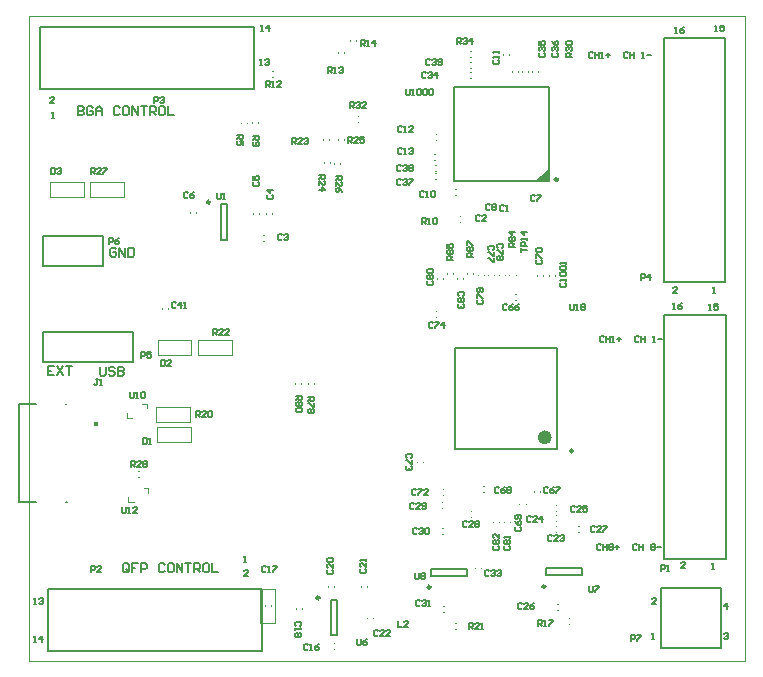
<source format=gto>
G04*
G04 #@! TF.GenerationSoftware,Altium Limited,Altium NEXUS,3.1.12 (69)*
G04*
G04 Layer_Color=65535*
%FSLAX25Y25*%
%MOIN*%
G70*
G04*
G04 #@! TF.SameCoordinates,C12BC461-16F2-471F-B13C-3D38B02939EA*
G04*
G04*
G04 #@! TF.FilePolarity,Positive*
G04*
G01*
G75*
%ADD10C,0.00984*%
%ADD11C,0.02362*%
%ADD12C,0.01575*%
%ADD13C,0.00787*%
%ADD14C,0.00394*%
%ADD15C,0.00500*%
%ADD16C,0.00000*%
G36*
X169260Y159823D02*
X173197Y163760D01*
Y159823D01*
X169260D01*
D02*
G37*
D10*
X176248Y160414D02*
G03*
X176248Y160414I-492J0D01*
G01*
X172123Y24778D02*
G03*
X172123Y24778I-492J0D01*
G01*
X96851Y20999D02*
G03*
X96851Y20999I-492J0D01*
G01*
X133841Y24561D02*
G03*
X133841Y24561I-492J0D01*
G01*
X181363Y69973D02*
G03*
X181363Y69973I-492J0D01*
G01*
X60340Y152923D02*
G03*
X60340Y152923I-492J0D01*
G01*
D11*
X173095Y74501D02*
G03*
X173095Y74501I-1181J0D01*
G01*
D12*
X22381Y79111D02*
D03*
D13*
X210598Y24188D02*
X230598D01*
X210598Y4188D02*
Y24188D01*
X230598Y4188D02*
Y24188D01*
X210598Y4188D02*
X230598D01*
X4561Y109604D02*
X34561D01*
X4561Y99604D02*
Y109604D01*
Y99604D02*
X34561D01*
Y109604D01*
X4792Y131658D02*
Y141658D01*
X24792D01*
Y131658D02*
Y141658D01*
X4792Y131658D02*
X24792D01*
X74951Y190657D02*
Y211247D01*
X3770D02*
X74951D01*
X3770Y190657D02*
X74951D01*
X3770D02*
Y211247D01*
X141701Y191319D02*
X173197D01*
X141701Y159823D02*
X173197D01*
X141701D02*
Y191319D01*
X173197Y159823D02*
Y191319D01*
X169260Y159823D02*
X173197Y163760D01*
X211576Y126400D02*
X232166D01*
Y207581D01*
X211576Y126400D02*
Y207581D01*
X232166D01*
X211771Y34045D02*
X232362D01*
Y115226D01*
X211771Y34045D02*
Y115226D01*
X232362D01*
X6401Y3281D02*
Y23871D01*
Y3281D02*
X77582D01*
X6401Y23871D02*
X77582D01*
Y3281D02*
Y23871D01*
X172229Y30859D02*
X184433D01*
X172229Y28497D02*
X184433D01*
Y30859D01*
X172229Y28497D02*
Y30859D01*
X102643Y8494D02*
Y20304D01*
X100675Y8494D02*
Y20304D01*
Y8494D02*
X102643D01*
X100675Y20304D02*
X102643D01*
X133947Y30642D02*
X146151D01*
X133947Y28280D02*
X146151D01*
Y30642D01*
X133947Y28280D02*
Y30642D01*
X175851Y70564D02*
Y104422D01*
X141993Y70564D02*
Y104422D01*
Y70564D02*
X175851D01*
X141993Y104422D02*
X175851D01*
X66132Y140417D02*
Y152228D01*
X64164Y140417D02*
Y152228D01*
Y140417D02*
X66132D01*
X64164Y152228D02*
X66132D01*
X-3209Y85750D02*
X2460D01*
X-3209Y53072D02*
Y85750D01*
Y53072D02*
X2460D01*
X12303Y85750D02*
X12499D01*
X12224Y53112D02*
X12539D01*
D14*
X56187Y106983D02*
X67518D01*
X56187Y101983D02*
X67518D01*
X56187D02*
Y106983D01*
X67518Y101983D02*
Y106983D01*
X42839Y102048D02*
X54170D01*
X42839Y107048D02*
X54170D01*
Y102048D02*
Y107048D01*
X42839Y102048D02*
Y107048D01*
X42482Y79590D02*
X53813D01*
X42482Y84590D02*
X53813D01*
Y79590D02*
Y84590D01*
X42482Y79590D02*
Y84590D01*
X42669Y72879D02*
X54000D01*
X42669Y77879D02*
X54000D01*
Y72879D02*
Y77879D01*
X42669Y72879D02*
Y77879D01*
X77117Y23865D02*
X82117D01*
X77117Y12534D02*
X82117D01*
Y23865D01*
X77117Y12534D02*
Y23865D01*
X6903Y154781D02*
X18234D01*
X6903Y159781D02*
X18234D01*
Y154781D02*
Y159781D01*
X6903Y154781D02*
Y159781D01*
X20310Y159746D02*
X31640D01*
X20310Y154746D02*
X31640D01*
X20310D02*
Y159746D01*
X31640Y154746D02*
Y159746D01*
X109601Y179468D02*
X109822D01*
X109594Y181484D02*
X109814D01*
X141980Y155421D02*
X142201D01*
X141973Y157437D02*
X142193D01*
X44175Y117393D02*
Y117614D01*
X46191Y117401D02*
Y117622D01*
X74355Y179297D02*
Y179518D01*
X76371Y179305D02*
Y179526D01*
X72691Y179193D02*
Y179414D01*
X70675Y179185D02*
Y179406D01*
X81026Y194738D02*
X81321D01*
X81026Y196738D02*
X81321D01*
X109129Y206579D02*
Y206874D01*
X107129Y206579D02*
Y206874D01*
X103100Y202713D02*
Y203008D01*
X105100Y202713D02*
Y203008D01*
X102956Y173531D02*
Y173826D01*
X104956Y173531D02*
Y173826D01*
X98135Y173531D02*
Y173826D01*
X100135Y173531D02*
Y173826D01*
X98257Y165958D02*
Y166253D01*
X100257Y165958D02*
Y166253D01*
X101826Y165714D02*
Y166009D01*
X103826Y165714D02*
Y166009D01*
X143572Y148404D02*
X143792D01*
X143580Y146388D02*
X143800D01*
X135307Y162510D02*
X135528D01*
X135315Y160494D02*
X135536D01*
X135323Y165440D02*
X135544D01*
X135331Y163424D02*
X135552D01*
X135137Y168949D02*
X135358D01*
X135145Y166933D02*
X135366D01*
X135601Y175544D02*
X135822D01*
X135609Y173528D02*
X135830D01*
X146967Y203270D02*
X147262D01*
X146967Y201270D02*
X147262D01*
X147037Y199690D02*
X147258D01*
X147045Y197674D02*
X147266D01*
X147063Y196363D02*
X147284D01*
X147071Y194347D02*
X147292D01*
X169589Y196343D02*
Y196564D01*
X167573Y196335D02*
Y196556D01*
X166478Y196448D02*
Y196669D01*
X164462Y196440D02*
Y196661D01*
X163099Y196371D02*
Y196592D01*
X161083Y196363D02*
Y196584D01*
X160103Y202010D02*
Y202231D01*
X158087Y202002D02*
Y202223D01*
X151314Y58357D02*
X151535D01*
X151322Y56341D02*
X151543D01*
X175588Y45047D02*
X175809D01*
X175596Y43031D02*
X175817D01*
X150630Y30800D02*
Y31021D01*
X148614Y30792D02*
Y31013D01*
X137592Y53030D02*
X137813D01*
X137600Y51014D02*
X137821D01*
X147249Y47846D02*
X147470D01*
X147242Y49862D02*
X147462D01*
X183079Y44967D02*
X183300D01*
X183087Y42951D02*
X183308D01*
X176151Y19122D02*
X176372D01*
X176159Y17106D02*
X176380D01*
X114663Y14216D02*
Y14437D01*
X112647Y14209D02*
Y14429D01*
X80553Y18437D02*
Y18658D01*
X78537Y18429D02*
Y18650D01*
X88838Y17360D02*
Y17581D01*
X90854Y17368D02*
Y17589D01*
X110572Y24680D02*
Y24901D01*
X112588Y24688D02*
Y24909D01*
X88710Y92344D02*
Y92565D01*
X90726Y92352D02*
Y92573D01*
X162171Y128467D02*
Y128688D01*
X160155Y128459D02*
Y128680D01*
X141442Y129047D02*
Y129268D01*
X139427Y129039D02*
Y129260D01*
X148098Y129012D02*
Y129307D01*
X146098Y129012D02*
Y129307D01*
X142125Y12637D02*
X142346D01*
X142133Y10621D02*
X142354D01*
X144805Y127388D02*
Y127609D01*
X142789Y127380D02*
Y127601D01*
X154703Y46207D02*
Y46428D01*
X156719Y46215D02*
Y46436D01*
X158188Y46193D02*
Y46414D01*
X160204Y46201D02*
Y46422D01*
X138055Y127391D02*
Y127612D01*
X136039Y127383D02*
Y127604D01*
X151539Y128481D02*
Y128702D01*
X149523Y128473D02*
Y128694D01*
X158572Y128542D02*
Y128763D01*
X156556Y128534D02*
Y128755D01*
X155056Y128488D02*
Y128709D01*
X153040Y128480D02*
Y128701D01*
X135568Y114615D02*
X135789D01*
X135561Y116631D02*
X135781D01*
X129252Y66140D02*
Y66361D01*
X131268Y66148D02*
Y66369D01*
X137910Y57405D02*
X138131D01*
X137918Y55389D02*
X138139D01*
X33066Y53012D02*
Y54665D01*
Y53012D02*
X34838D01*
X38263Y57776D02*
X39759D01*
Y56122D02*
Y57776D01*
X32548Y81015D02*
Y82668D01*
Y81015D02*
X34320D01*
X37745Y85779D02*
X39241D01*
Y84125D02*
Y85779D01*
X94992Y92344D02*
Y92565D01*
X92976Y92336D02*
Y92557D01*
X36302Y61224D02*
X36523D01*
X36295Y63240D02*
X36515D01*
X179861Y12308D02*
X180082D01*
X179854Y14324D02*
X180074D01*
X171193Y128275D02*
Y128496D01*
X169177Y128267D02*
Y128488D01*
X165512Y52236D02*
Y52457D01*
X163496Y52228D02*
Y52449D01*
X168254Y56305D02*
Y56526D01*
X170270Y56313D02*
Y56534D01*
X162115Y122307D02*
X162335D01*
X162122Y120291D02*
X162343D01*
X138095Y16422D02*
X138316D01*
X138088Y18438D02*
X138308D01*
X137663Y44408D02*
X137884D01*
X137671Y42392D02*
X137892D01*
X175588Y51882D02*
X175809D01*
X175596Y49866D02*
X175817D01*
X175588Y48719D02*
X175809D01*
X175596Y46703D02*
X175817D01*
X99813Y24580D02*
Y24801D01*
X101829Y24588D02*
Y24809D01*
X101566Y5817D02*
X101786D01*
X101573Y3801D02*
X101794D01*
X53648Y149445D02*
Y149665D01*
X55664Y149453D02*
Y149673D01*
X74648Y148945D02*
Y149165D01*
X76664Y148953D02*
Y149173D01*
X81148Y148945D02*
Y149165D01*
X79132Y148937D02*
Y149158D01*
X78038Y140055D02*
X78258D01*
X78030Y142071D02*
X78251D01*
X173275Y128267D02*
Y128488D01*
X175291Y128275D02*
Y128496D01*
D15*
X191698Y107907D02*
X191365Y108240D01*
X190698D01*
X190365Y107907D01*
Y106574D01*
X190698Y106241D01*
X191365D01*
X191698Y106574D01*
X192364Y108240D02*
Y106241D01*
Y107241D01*
X193697D01*
Y108240D01*
Y106241D01*
X194364D02*
X195030D01*
X194697D01*
Y108240D01*
X194364Y107907D01*
X196030Y107241D02*
X197363D01*
X196696Y107907D02*
Y106574D01*
X203361Y107907D02*
X203028Y108240D01*
X202361D01*
X202028Y107907D01*
Y106574D01*
X202361Y106241D01*
X203028D01*
X203361Y106574D01*
X204027Y108240D02*
Y106241D01*
Y107241D01*
X205360D01*
Y108240D01*
Y106241D01*
X208026D02*
X208692D01*
X208359D01*
Y108240D01*
X208026Y107907D01*
X209692Y107241D02*
X211025D01*
X190703Y38600D02*
X190370Y38933D01*
X189703D01*
X189370Y38600D01*
Y37267D01*
X189703Y36934D01*
X190370D01*
X190703Y37267D01*
X191369Y38933D02*
Y36934D01*
Y37934D01*
X192702D01*
Y38933D01*
Y36934D01*
X193369Y38600D02*
X193702Y38933D01*
X194368D01*
X194702Y38600D01*
Y38267D01*
X194368Y37934D01*
X194702Y37600D01*
Y37267D01*
X194368Y36934D01*
X193702D01*
X193369Y37267D01*
Y37600D01*
X193702Y37934D01*
X193369Y38267D01*
Y38600D01*
X193702Y37934D02*
X194368D01*
X195368D02*
X196701D01*
X196035Y38600D02*
Y37267D01*
X202699Y38600D02*
X202366Y38933D01*
X201699D01*
X201366Y38600D01*
Y37267D01*
X201699Y36934D01*
X202366D01*
X202699Y37267D01*
X203365Y38933D02*
Y36934D01*
Y37934D01*
X204698D01*
Y38933D01*
Y36934D01*
X207364Y38600D02*
X207697Y38933D01*
X208364D01*
X208697Y38600D01*
Y38267D01*
X208364Y37934D01*
X208697Y37600D01*
Y37267D01*
X208364Y36934D01*
X207697D01*
X207364Y37267D01*
Y37600D01*
X207697Y37934D01*
X207364Y38267D01*
Y38600D01*
X207697Y37934D02*
X208364D01*
X209364D02*
X210696D01*
X187991Y202746D02*
X187658Y203079D01*
X186991D01*
X186658Y202746D01*
Y201413D01*
X186991Y201080D01*
X187658D01*
X187991Y201413D01*
X188657Y203079D02*
Y201080D01*
Y202080D01*
X189990D01*
Y203079D01*
Y201080D01*
X190657D02*
X191323D01*
X190990D01*
Y203079D01*
X190657Y202746D01*
X192323Y202080D02*
X193656D01*
X192989Y202746D02*
Y201413D01*
X199654Y202746D02*
X199321Y203079D01*
X198654D01*
X198321Y202746D01*
Y201413D01*
X198654Y201080D01*
X199321D01*
X199654Y201413D01*
X200320Y203079D02*
Y201080D01*
Y202080D01*
X201653D01*
Y203079D01*
Y201080D01*
X204319D02*
X204985D01*
X204652D01*
Y203079D01*
X204319Y202746D01*
X205985Y202080D02*
X207318D01*
X33176Y30031D02*
Y32030D01*
X32677Y32530D01*
X31677D01*
X31177Y32030D01*
Y30031D01*
X31677Y29531D01*
X32677D01*
X32177Y30531D02*
X33176Y29531D01*
X32677D02*
X33176Y30031D01*
X36175Y32530D02*
X34176D01*
Y31030D01*
X35176D01*
X34176D01*
Y29531D01*
X37175D02*
Y32530D01*
X38675D01*
X39174Y32030D01*
Y31030D01*
X38675Y30531D01*
X37175D01*
X45173Y32030D02*
X44673Y32530D01*
X43673D01*
X43173Y32030D01*
Y30031D01*
X43673Y29531D01*
X44673D01*
X45173Y30031D01*
X47672Y32530D02*
X46672D01*
X46172Y32030D01*
Y30031D01*
X46672Y29531D01*
X47672D01*
X48171Y30031D01*
Y32030D01*
X47672Y32530D01*
X49171Y29531D02*
Y32530D01*
X51170Y29531D01*
Y32530D01*
X52170D02*
X54170D01*
X53170D01*
Y29531D01*
X55169D02*
Y32530D01*
X56669D01*
X57169Y32030D01*
Y31030D01*
X56669Y30531D01*
X55169D01*
X56169D02*
X57169Y29531D01*
X59668Y32530D02*
X58668D01*
X58168Y32030D01*
Y30031D01*
X58668Y29531D01*
X59668D01*
X60168Y30031D01*
Y32030D01*
X59668Y32530D01*
X61167D02*
Y29531D01*
X63167D01*
X16197Y184871D02*
Y181872D01*
X17696D01*
X18196Y182372D01*
Y182872D01*
X17696Y183371D01*
X16197D01*
X17696D01*
X18196Y183871D01*
Y184371D01*
X17696Y184871D01*
X16197D01*
X21195Y184371D02*
X20696Y184871D01*
X19696D01*
X19196Y184371D01*
Y182372D01*
X19696Y181872D01*
X20696D01*
X21195Y182372D01*
Y183371D01*
X20196D01*
X22195Y181872D02*
Y183871D01*
X23195Y184871D01*
X24194Y183871D01*
Y181872D01*
Y183371D01*
X22195D01*
X30193Y184371D02*
X29693Y184871D01*
X28693D01*
X28193Y184371D01*
Y182372D01*
X28693Y181872D01*
X29693D01*
X30193Y182372D01*
X32692Y184871D02*
X31692D01*
X31192Y184371D01*
Y182372D01*
X31692Y181872D01*
X32692D01*
X33191Y182372D01*
Y184371D01*
X32692Y184871D01*
X34191Y181872D02*
Y184871D01*
X36191Y181872D01*
Y184871D01*
X37190D02*
X39190D01*
X38190D01*
Y181872D01*
X40189D02*
Y184871D01*
X41689D01*
X42189Y184371D01*
Y183371D01*
X41689Y182872D01*
X40189D01*
X41189D02*
X42189Y181872D01*
X44688Y184871D02*
X43688D01*
X43188Y184371D01*
Y182372D01*
X43688Y181872D01*
X44688D01*
X45188Y182372D01*
Y184371D01*
X44688Y184871D01*
X46187D02*
Y181872D01*
X48187D01*
X29069Y137167D02*
X28569Y137667D01*
X27570D01*
X27070Y137167D01*
Y135168D01*
X27570Y134668D01*
X28569D01*
X29069Y135168D01*
Y136168D01*
X28070D01*
X30069Y134668D02*
Y137667D01*
X32068Y134668D01*
Y137667D01*
X33068D02*
Y134668D01*
X34568D01*
X35067Y135168D01*
Y137167D01*
X34568Y137667D01*
X33068D01*
X8303Y98195D02*
X6304D01*
Y95196D01*
X8303D01*
X6304Y96696D02*
X7304D01*
X9303Y98195D02*
X11302Y95196D01*
Y98195D02*
X9303Y95196D01*
X12302Y98195D02*
X14301D01*
X13302D01*
Y95196D01*
X23574Y98105D02*
Y95606D01*
X24074Y95106D01*
X25074D01*
X25573Y95606D01*
Y98105D01*
X28572Y97605D02*
X28073Y98105D01*
X27073D01*
X26573Y97605D01*
Y97105D01*
X27073Y96605D01*
X28073D01*
X28572Y96106D01*
Y95606D01*
X28073Y95106D01*
X27073D01*
X26573Y95606D01*
X29572Y98105D02*
Y95106D01*
X31072D01*
X31571Y95606D01*
Y96106D01*
X31072Y96605D01*
X29572D01*
X31072D01*
X31571Y97105D01*
Y97605D01*
X31072Y98105D01*
X29572D01*
X207598Y7188D02*
X208265D01*
X207931D01*
Y9187D01*
X207598Y8854D01*
X209013Y18799D02*
X207680D01*
X209013Y20132D01*
Y20465D01*
X208680Y20798D01*
X208013D01*
X207680Y20465D01*
X232598Y17188D02*
Y19187D01*
X231598Y18188D01*
X232931D01*
X231598Y8854D02*
X231931Y9187D01*
X232598D01*
X232931Y8854D01*
Y8521D01*
X232598Y8188D01*
X232265D01*
X232598D01*
X232931Y7854D01*
Y7521D01*
X232598Y7188D01*
X231931D01*
X231598Y7521D01*
X77367Y209830D02*
X78034D01*
X77700D01*
Y211829D01*
X77367Y211496D01*
X80033Y209830D02*
Y211829D01*
X79033Y210830D01*
X80366D01*
X76997Y198729D02*
X77664D01*
X77330D01*
Y200728D01*
X76997Y200395D01*
X78663D02*
X78996Y200728D01*
X79663D01*
X79996Y200395D01*
Y200062D01*
X79663Y199729D01*
X79330D01*
X79663D01*
X79996Y199396D01*
Y199062D01*
X79663Y198729D01*
X78996D01*
X78663Y199062D01*
X8272Y186025D02*
X6939D01*
X8272Y187358D01*
Y187691D01*
X7939Y188024D01*
X7272D01*
X6939Y187691D01*
X7556Y180968D02*
X8223D01*
X7889D01*
Y182967D01*
X7556Y182634D01*
X215470Y209344D02*
X216137D01*
X215803D01*
Y211343D01*
X215470Y211010D01*
X218469Y211343D02*
X217803Y211010D01*
X217136Y210344D01*
Y209677D01*
X217470Y209344D01*
X218136D01*
X218469Y209677D01*
Y210011D01*
X218136Y210344D01*
X217136D01*
X228604Y209792D02*
X229271D01*
X228937D01*
Y211791D01*
X228604Y211458D01*
X231603Y211791D02*
X230270D01*
Y210792D01*
X230937Y211125D01*
X231270D01*
X231603Y210792D01*
Y210125D01*
X231270Y209792D01*
X230604D01*
X230270Y210125D01*
X228007Y122633D02*
X228674D01*
X228340D01*
Y124632D01*
X228007Y124299D01*
X216057Y122633D02*
X214724D01*
X216057Y123966D01*
Y124299D01*
X215724Y124632D01*
X215057D01*
X214724Y124299D01*
X214725Y117410D02*
X215392D01*
X215058D01*
Y119409D01*
X214725Y119076D01*
X217724Y119409D02*
X217058Y119076D01*
X216391Y118410D01*
Y117743D01*
X216724Y117410D01*
X217391D01*
X217724Y117743D01*
Y118077D01*
X217391Y118410D01*
X216391D01*
X226664Y116813D02*
X227331D01*
X226997D01*
Y118812D01*
X226664Y118479D01*
X229663Y118812D02*
X228330D01*
Y117813D01*
X228997Y118146D01*
X229330D01*
X229663Y117813D01*
Y117146D01*
X229330Y116813D01*
X228663D01*
X228330Y117146D01*
X227709Y30550D02*
X228376D01*
X228042D01*
Y32549D01*
X227709Y32216D01*
X218778Y31005D02*
X217445D01*
X218778Y32338D01*
Y32671D01*
X218445Y33004D01*
X217778D01*
X217445Y32671D01*
X1710Y6317D02*
X2377D01*
X2043D01*
Y8316D01*
X1710Y7983D01*
X4376Y6317D02*
Y8316D01*
X3376Y7317D01*
X4709D01*
X1557Y18954D02*
X2224D01*
X1890D01*
Y20953D01*
X1557Y20620D01*
X3223D02*
X3557Y20953D01*
X4223D01*
X4556Y20620D01*
Y20287D01*
X4223Y19954D01*
X3890D01*
X4223D01*
X4556Y19621D01*
Y19287D01*
X4223Y18954D01*
X3557D01*
X3223Y19287D01*
X72903Y28147D02*
X71570D01*
X72903Y29480D01*
Y29813D01*
X72570Y30146D01*
X71903D01*
X71570Y29813D01*
X71693Y33080D02*
X72360D01*
X72026D01*
Y35079D01*
X71693Y34746D01*
X20618Y162431D02*
Y164431D01*
X21618D01*
X21951Y164097D01*
Y163431D01*
X21618Y163098D01*
X20618D01*
X21285D02*
X21951Y162431D01*
X23950D02*
X22618D01*
X23950Y163764D01*
Y164097D01*
X23617Y164431D01*
X22951D01*
X22618Y164097D01*
X24617Y164431D02*
X25950D01*
Y164097D01*
X24617Y162764D01*
Y162431D01*
X61475Y108676D02*
Y110675D01*
X62475D01*
X62808Y110342D01*
Y109676D01*
X62475Y109343D01*
X61475D01*
X62142D02*
X62808Y108676D01*
X64807D02*
X63475D01*
X64807Y110009D01*
Y110342D01*
X64474Y110675D01*
X63808D01*
X63475Y110342D01*
X66807Y108676D02*
X65474D01*
X66807Y110009D01*
Y110342D01*
X66474Y110675D01*
X65807D01*
X65474Y110342D01*
X55582Y81381D02*
Y83380D01*
X56582D01*
X56915Y83047D01*
Y82381D01*
X56582Y82047D01*
X55582D01*
X56249D02*
X56915Y81381D01*
X58914D02*
X57582D01*
X58914Y82714D01*
Y83047D01*
X58581Y83380D01*
X57915D01*
X57582Y83047D01*
X59581D02*
X59914Y83380D01*
X60581D01*
X60914Y83047D01*
Y81714D01*
X60581Y81381D01*
X59914D01*
X59581Y81714D01*
Y83047D01*
X200581Y6485D02*
Y8484D01*
X201581D01*
X201914Y8151D01*
Y7485D01*
X201581Y7152D01*
X200581D01*
X202580Y8484D02*
X203913D01*
Y8151D01*
X202580Y6818D01*
Y6485D01*
X7218Y164431D02*
Y162431D01*
X8218D01*
X8551Y162764D01*
Y164097D01*
X8218Y164431D01*
X7218D01*
X9218Y164097D02*
X9551Y164431D01*
X10217D01*
X10550Y164097D01*
Y163764D01*
X10217Y163431D01*
X9884D01*
X10217D01*
X10550Y163098D01*
Y162764D01*
X10217Y162431D01*
X9551D01*
X9218Y162764D01*
X44105Y100284D02*
Y98285D01*
X45105D01*
X45438Y98618D01*
Y99951D01*
X45105Y100284D01*
X44105D01*
X47437Y98285D02*
X46104D01*
X47437Y99618D01*
Y99951D01*
X47104Y100284D01*
X46438D01*
X46104Y99951D01*
X37902Y74229D02*
Y72230D01*
X38902D01*
X39235Y72563D01*
Y73896D01*
X38902Y74229D01*
X37902D01*
X39902Y72230D02*
X40568D01*
X40235D01*
Y74229D01*
X39902Y73896D01*
X26768Y138861D02*
Y140860D01*
X27768D01*
X28101Y140527D01*
Y139861D01*
X27768Y139527D01*
X26768D01*
X30100Y140860D02*
X29434Y140527D01*
X28767Y139861D01*
Y139194D01*
X29101Y138861D01*
X29767D01*
X30100Y139194D01*
Y139527D01*
X29767Y139861D01*
X28767D01*
X37450Y100812D02*
Y102811D01*
X38450D01*
X38783Y102478D01*
Y101812D01*
X38450Y101479D01*
X37450D01*
X40782Y102811D02*
X39450D01*
Y101812D01*
X40116Y102145D01*
X40449D01*
X40782Y101812D01*
Y101145D01*
X40449Y100812D01*
X39783D01*
X39450Y101145D01*
X49106Y119222D02*
X48773Y119555D01*
X48106D01*
X47773Y119222D01*
Y117889D01*
X48106Y117556D01*
X48773D01*
X49106Y117889D01*
X50772Y117556D02*
Y119555D01*
X49773Y118556D01*
X51105D01*
X51772Y117556D02*
X52438D01*
X52105D01*
Y119555D01*
X51772Y119222D01*
X20599Y29575D02*
Y31574D01*
X21599D01*
X21932Y31241D01*
Y30575D01*
X21599Y30242D01*
X20599D01*
X23931Y29575D02*
X22599D01*
X23931Y30908D01*
Y31241D01*
X23598Y31574D01*
X22932D01*
X22599Y31241D01*
X41831Y186032D02*
Y188031D01*
X42831D01*
X43164Y187698D01*
Y187032D01*
X42831Y186698D01*
X41831D01*
X43830Y187698D02*
X44164Y188031D01*
X44830D01*
X45163Y187698D01*
Y187365D01*
X44830Y187032D01*
X44497D01*
X44830D01*
X45163Y186698D01*
Y186365D01*
X44830Y186032D01*
X44164D01*
X43830Y186365D01*
X210819Y29959D02*
Y31958D01*
X211819D01*
X212152Y31625D01*
Y30959D01*
X211819Y30626D01*
X210819D01*
X212818Y29959D02*
X213485D01*
X213152D01*
Y31958D01*
X212818Y31625D01*
X203979Y126961D02*
Y128960D01*
X204979D01*
X205312Y128627D01*
Y127961D01*
X204979Y127628D01*
X203979D01*
X206978Y126961D02*
Y128960D01*
X205978Y127961D01*
X207311D01*
X131150Y145569D02*
Y147568D01*
X132150D01*
X132483Y147235D01*
Y146569D01*
X132150Y146236D01*
X131150D01*
X131817D02*
X132483Y145569D01*
X133150D02*
X133816D01*
X133483D01*
Y147568D01*
X133150Y147235D01*
X134816D02*
X135149Y147568D01*
X135815D01*
X136149Y147235D01*
Y145902D01*
X135815Y145569D01*
X135149D01*
X134816Y145902D01*
Y147235D01*
X153637Y151934D02*
X153304Y152267D01*
X152637D01*
X152304Y151934D01*
Y150601D01*
X152637Y150268D01*
X153304D01*
X153637Y150601D01*
X154303Y151934D02*
X154637Y152267D01*
X155303D01*
X155636Y151934D01*
Y151601D01*
X155303Y151268D01*
X155636Y150934D01*
Y150601D01*
X155303Y150268D01*
X154637D01*
X154303Y150601D01*
Y150934D01*
X154637Y151268D01*
X154303Y151601D01*
Y151934D01*
X154637Y151268D02*
X155303D01*
X168790Y154936D02*
X168457Y155269D01*
X167790D01*
X167457Y154936D01*
Y153603D01*
X167790Y153270D01*
X168457D01*
X168790Y153603D01*
X169456Y155269D02*
X170789D01*
Y154936D01*
X169456Y153603D01*
Y153270D01*
X150445Y148360D02*
X150112Y148693D01*
X149445D01*
X149112Y148360D01*
Y147027D01*
X149445Y146694D01*
X150112D01*
X150445Y147027D01*
X152444Y146694D02*
X151111D01*
X152444Y148027D01*
Y148360D01*
X152111Y148693D01*
X151445D01*
X151111Y148360D01*
X131781Y156374D02*
X131448Y156707D01*
X130781D01*
X130448Y156374D01*
Y155041D01*
X130781Y154708D01*
X131448D01*
X131781Y155041D01*
X132448Y154708D02*
X133114D01*
X132781D01*
Y156707D01*
X132448Y156374D01*
X134114D02*
X134447Y156707D01*
X135113D01*
X135447Y156374D01*
Y155041D01*
X135113Y154708D01*
X134447D01*
X134114Y155041D01*
Y156374D01*
X158402Y151648D02*
X158069Y151981D01*
X157402D01*
X157069Y151648D01*
Y150315D01*
X157402Y149982D01*
X158069D01*
X158402Y150315D01*
X159068Y149982D02*
X159735D01*
X159402D01*
Y151981D01*
X159068Y151648D01*
X79094Y191205D02*
Y193204D01*
X80094D01*
X80427Y192871D01*
Y192205D01*
X80094Y191872D01*
X79094D01*
X79761D02*
X80427Y191205D01*
X81094D02*
X81760D01*
X81427D01*
Y193204D01*
X81094Y192871D01*
X84093Y191205D02*
X82760D01*
X84093Y192538D01*
Y192871D01*
X83759Y193204D01*
X83093D01*
X82760Y192871D01*
X69377Y175169D02*
X71377D01*
Y174169D01*
X71043Y173836D01*
X70377D01*
X70044Y174169D01*
Y175169D01*
Y174503D02*
X69377Y173836D01*
X71377Y171837D02*
Y173170D01*
X70377D01*
X70710Y172503D01*
Y172170D01*
X70377Y171837D01*
X69710D01*
X69377Y172170D01*
Y172836D01*
X69710Y173170D01*
X74718Y174989D02*
X76718D01*
Y173989D01*
X76384Y173656D01*
X75718D01*
X75385Y173989D01*
Y174989D01*
Y174323D02*
X74718Y173656D01*
X75051Y172990D02*
X74718Y172657D01*
Y171990D01*
X75051Y171657D01*
X76384D01*
X76718Y171990D01*
Y172657D01*
X76384Y172990D01*
X76051D01*
X75718Y172657D01*
Y171657D01*
X87715Y172346D02*
Y174345D01*
X88715D01*
X89048Y174012D01*
Y173346D01*
X88715Y173012D01*
X87715D01*
X88382D02*
X89048Y172346D01*
X91047D02*
X89714D01*
X91047Y173679D01*
Y174012D01*
X90714Y174345D01*
X90048D01*
X89714Y174012D01*
X91714D02*
X92047Y174345D01*
X92713D01*
X93047Y174012D01*
Y173679D01*
X92713Y173346D01*
X92380D01*
X92713D01*
X93047Y173012D01*
Y172679D01*
X92713Y172346D01*
X92047D01*
X91714Y172679D01*
X96692Y161934D02*
X98691D01*
Y160934D01*
X98358Y160601D01*
X97692D01*
X97359Y160934D01*
Y161934D01*
Y161268D02*
X96692Y160601D01*
Y158602D02*
Y159935D01*
X98025Y158602D01*
X98358D01*
X98691Y158935D01*
Y159601D01*
X98358Y159935D01*
X96692Y156936D02*
X98691D01*
X97692Y157935D01*
Y156602D01*
X106278Y172692D02*
Y174691D01*
X107278D01*
X107611Y174358D01*
Y173692D01*
X107278Y173359D01*
X106278D01*
X106945D02*
X107611Y172692D01*
X109610D02*
X108277D01*
X109610Y174025D01*
Y174358D01*
X109277Y174691D01*
X108611D01*
X108277Y174358D01*
X111610Y174691D02*
X110277D01*
Y173692D01*
X110943Y174025D01*
X111276D01*
X111610Y173692D01*
Y173025D01*
X111276Y172692D01*
X110610D01*
X110277Y173025D01*
X102430Y161606D02*
X104429D01*
Y160606D01*
X104096Y160273D01*
X103430D01*
X103097Y160606D01*
Y161606D01*
Y160940D02*
X102430Y160273D01*
Y158274D02*
Y159607D01*
X103763Y158274D01*
X104096D01*
X104429Y158607D01*
Y159274D01*
X104096Y159607D01*
X104429Y156274D02*
X104096Y156941D01*
X103430Y157607D01*
X102763D01*
X102430Y157274D01*
Y156608D01*
X102763Y156274D01*
X103097D01*
X103430Y156608D01*
Y157607D01*
X180883Y201189D02*
X178884D01*
Y202189D01*
X179217Y202522D01*
X179884D01*
X180217Y202189D01*
Y201189D01*
Y201855D02*
X180883Y202522D01*
X179217Y203188D02*
X178884Y203522D01*
Y204188D01*
X179217Y204521D01*
X179550D01*
X179884Y204188D01*
Y203855D01*
Y204188D01*
X180217Y204521D01*
X180550D01*
X180883Y204188D01*
Y203522D01*
X180550Y203188D01*
X179217Y205188D02*
X178884Y205521D01*
Y206187D01*
X179217Y206521D01*
X180550D01*
X180883Y206187D01*
Y205521D01*
X180550Y205188D01*
X179217D01*
X106918Y184231D02*
Y186231D01*
X107918D01*
X108251Y185897D01*
Y185231D01*
X107918Y184898D01*
X106918D01*
X107585D02*
X108251Y184231D01*
X108918Y185897D02*
X109251Y186231D01*
X109917D01*
X110250Y185897D01*
Y185564D01*
X109917Y185231D01*
X109584D01*
X109917D01*
X110250Y184898D01*
Y184564D01*
X109917Y184231D01*
X109251D01*
X108918Y184564D01*
X112250Y184231D02*
X110917D01*
X112250Y185564D01*
Y185897D01*
X111917Y186231D01*
X111250D01*
X110917Y185897D01*
X142749Y205670D02*
Y207669D01*
X143749D01*
X144082Y207336D01*
Y206670D01*
X143749Y206336D01*
X142749D01*
X143416D02*
X144082Y205670D01*
X144748Y207336D02*
X145082Y207669D01*
X145748D01*
X146081Y207336D01*
Y207003D01*
X145748Y206670D01*
X145415D01*
X145748D01*
X146081Y206336D01*
Y206003D01*
X145748Y205670D01*
X145082D01*
X144748Y206003D01*
X147748Y205670D02*
Y207669D01*
X146748Y206670D01*
X148081D01*
X99519Y195829D02*
Y197828D01*
X100519D01*
X100852Y197495D01*
Y196829D01*
X100519Y196495D01*
X99519D01*
X100186D02*
X100852Y195829D01*
X101518D02*
X102185D01*
X101852D01*
Y197828D01*
X101518Y197495D01*
X103185D02*
X103518Y197828D01*
X104184D01*
X104518Y197495D01*
Y197162D01*
X104184Y196829D01*
X103851D01*
X104184D01*
X104518Y196495D01*
Y196162D01*
X104184Y195829D01*
X103518D01*
X103185Y196162D01*
X110590Y204879D02*
Y206878D01*
X111590D01*
X111923Y206545D01*
Y205879D01*
X111590Y205545D01*
X110590D01*
X111257D02*
X111923Y204879D01*
X112590D02*
X113256D01*
X112923D01*
Y206878D01*
X112590Y206545D01*
X115255Y204879D02*
Y206878D01*
X114256Y205879D01*
X115589D01*
X170255Y202610D02*
X169922Y202277D01*
Y201610D01*
X170255Y201277D01*
X171588D01*
X171921Y201610D01*
Y202277D01*
X171588Y202610D01*
X170255Y203276D02*
X169922Y203610D01*
Y204276D01*
X170255Y204609D01*
X170588D01*
X170922Y204276D01*
Y203943D01*
Y204276D01*
X171255Y204609D01*
X171588D01*
X171921Y204276D01*
Y203610D01*
X171588Y203276D01*
X169922Y206609D02*
Y205276D01*
X170922D01*
X170588Y205942D01*
Y206275D01*
X170922Y206609D01*
X171588D01*
X171921Y206275D01*
Y205609D01*
X171588Y205276D01*
X174648Y202522D02*
X174315Y202189D01*
Y201522D01*
X174648Y201189D01*
X175981D01*
X176314Y201522D01*
Y202189D01*
X175981Y202522D01*
X174648Y203188D02*
X174315Y203522D01*
Y204188D01*
X174648Y204521D01*
X174981D01*
X175314Y204188D01*
Y203855D01*
Y204188D01*
X175648Y204521D01*
X175981D01*
X176314Y204188D01*
Y203522D01*
X175981Y203188D01*
X174315Y206521D02*
X174648Y205854D01*
X175314Y205188D01*
X175981D01*
X176314Y205521D01*
Y206187D01*
X175981Y206521D01*
X175648D01*
X175314Y206187D01*
Y205188D01*
X124136Y160327D02*
X123803Y160660D01*
X123136D01*
X122803Y160327D01*
Y158994D01*
X123136Y158661D01*
X123803D01*
X124136Y158994D01*
X124802Y160327D02*
X125136Y160660D01*
X125802D01*
X126135Y160327D01*
Y159994D01*
X125802Y159661D01*
X125469D01*
X125802D01*
X126135Y159327D01*
Y158994D01*
X125802Y158661D01*
X125136D01*
X124802Y158994D01*
X126802Y160660D02*
X128135D01*
Y160327D01*
X126802Y158994D01*
Y158661D01*
X132396Y196089D02*
X132063Y196422D01*
X131396D01*
X131063Y196089D01*
Y194756D01*
X131396Y194423D01*
X132063D01*
X132396Y194756D01*
X133063Y196089D02*
X133396Y196422D01*
X134062D01*
X134395Y196089D01*
Y195756D01*
X134062Y195423D01*
X133729D01*
X134062D01*
X134395Y195089D01*
Y194756D01*
X134062Y194423D01*
X133396D01*
X133063Y194756D01*
X136062Y194423D02*
Y196422D01*
X135062Y195423D01*
X136395D01*
X123961Y164809D02*
X123628Y165142D01*
X122961D01*
X122628Y164809D01*
Y163476D01*
X122961Y163143D01*
X123628D01*
X123961Y163476D01*
X124627Y164809D02*
X124961Y165142D01*
X125627D01*
X125960Y164809D01*
Y164476D01*
X125627Y164143D01*
X125294D01*
X125627D01*
X125960Y163810D01*
Y163476D01*
X125627Y163143D01*
X124961D01*
X124627Y163476D01*
X126627Y164809D02*
X126960Y165142D01*
X127627D01*
X127960Y164809D01*
Y164476D01*
X127627Y164143D01*
X127960Y163810D01*
Y163476D01*
X127627Y163143D01*
X126960D01*
X126627Y163476D01*
Y163810D01*
X126960Y164143D01*
X126627Y164476D01*
Y164809D01*
X126960Y164143D02*
X127627D01*
X133538Y200395D02*
X133205Y200728D01*
X132538D01*
X132205Y200395D01*
Y199062D01*
X132538Y198729D01*
X133205D01*
X133538Y199062D01*
X134204Y200395D02*
X134538Y200728D01*
X135204D01*
X135537Y200395D01*
Y200062D01*
X135204Y199729D01*
X134871D01*
X135204D01*
X135537Y199396D01*
Y199062D01*
X135204Y198729D01*
X134538D01*
X134204Y199062D01*
X136204D02*
X136537Y198729D01*
X137204D01*
X137537Y199062D01*
Y200395D01*
X137204Y200728D01*
X136537D01*
X136204Y200395D01*
Y200062D01*
X136537Y199729D01*
X137537D01*
X155053Y200237D02*
X154720Y199904D01*
Y199237D01*
X155053Y198904D01*
X156386D01*
X156719Y199237D01*
Y199904D01*
X156386Y200237D01*
X156719Y200903D02*
Y201570D01*
Y201237D01*
X154720D01*
X155053Y200903D01*
X156719Y202570D02*
Y203236D01*
Y202903D01*
X154720D01*
X155053Y202570D01*
X124224Y170696D02*
X123891Y171029D01*
X123224D01*
X122891Y170696D01*
Y169363D01*
X123224Y169030D01*
X123891D01*
X124224Y169363D01*
X124890Y169030D02*
X125557D01*
X125224D01*
Y171029D01*
X124890Y170696D01*
X126557D02*
X126890Y171029D01*
X127556D01*
X127890Y170696D01*
Y170363D01*
X127556Y170030D01*
X127223D01*
X127556D01*
X127890Y169696D01*
Y169363D01*
X127556Y169030D01*
X126890D01*
X126557Y169363D01*
X124224Y177813D02*
X123891Y178146D01*
X123224D01*
X122891Y177813D01*
Y176480D01*
X123224Y176147D01*
X123891D01*
X124224Y176480D01*
X124890Y176147D02*
X125557D01*
X125224D01*
Y178146D01*
X124890Y177813D01*
X127890Y176147D02*
X126557D01*
X127890Y177480D01*
Y177813D01*
X127556Y178146D01*
X126890D01*
X126557Y177813D01*
X125791Y190535D02*
Y188869D01*
X126124Y188536D01*
X126791D01*
X127124Y188869D01*
Y190535D01*
X127790Y188536D02*
X128457D01*
X128124D01*
Y190535D01*
X127790Y190202D01*
X129457D02*
X129790Y190535D01*
X130456D01*
X130790Y190202D01*
Y188869D01*
X130456Y188536D01*
X129790D01*
X129457Y188869D01*
Y190202D01*
X131456D02*
X131789Y190535D01*
X132456D01*
X132789Y190202D01*
Y188869D01*
X132456Y188536D01*
X131789D01*
X131456Y188869D01*
Y190202D01*
X133455D02*
X133789Y190535D01*
X134455D01*
X134788Y190202D01*
Y188869D01*
X134455Y188536D01*
X133789D01*
X133455Y188869D01*
Y190202D01*
X156787Y57713D02*
X156454Y58046D01*
X155787D01*
X155454Y57713D01*
Y56380D01*
X155787Y56047D01*
X156454D01*
X156787Y56380D01*
X158786Y58046D02*
X158120Y57713D01*
X157454Y57047D01*
Y56380D01*
X157787Y56047D01*
X158453D01*
X158786Y56380D01*
Y56713D01*
X158453Y57047D01*
X157454D01*
X159453Y57713D02*
X159786Y58046D01*
X160452D01*
X160786Y57713D01*
Y57380D01*
X160452Y57047D01*
X160786Y56713D01*
Y56380D01*
X160452Y56047D01*
X159786D01*
X159453Y56380D01*
Y56713D01*
X159786Y57047D01*
X159453Y57380D01*
Y57713D01*
X159786Y57047D02*
X160452D01*
X186745Y25038D02*
Y23372D01*
X187078Y23039D01*
X187745D01*
X188078Y23372D01*
Y25038D01*
X188744D02*
X190077D01*
Y24705D01*
X188744Y23372D01*
Y23039D01*
X109423Y7262D02*
Y5596D01*
X109756Y5263D01*
X110423D01*
X110756Y5596D01*
Y7262D01*
X112755D02*
X112089Y6929D01*
X111423Y6263D01*
Y5596D01*
X111756Y5263D01*
X112422D01*
X112755Y5596D01*
Y5929D01*
X112422Y6263D01*
X111423D01*
X174413Y41605D02*
X174080Y41938D01*
X173413D01*
X173080Y41605D01*
Y40272D01*
X173413Y39939D01*
X174080D01*
X174413Y40272D01*
X176412Y39939D02*
X175080D01*
X176412Y41272D01*
Y41605D01*
X176079Y41938D01*
X175413D01*
X175080Y41605D01*
X177079D02*
X177412Y41938D01*
X178078D01*
X178412Y41605D01*
Y41272D01*
X178078Y40939D01*
X177745D01*
X178078D01*
X178412Y40606D01*
Y40272D01*
X178078Y39939D01*
X177412D01*
X177079Y40272D01*
X153222Y29854D02*
X152889Y30187D01*
X152222D01*
X151889Y29854D01*
Y28521D01*
X152222Y28188D01*
X152889D01*
X153222Y28521D01*
X153888Y29854D02*
X154222Y30187D01*
X154888D01*
X155221Y29854D01*
Y29521D01*
X154888Y29188D01*
X154555D01*
X154888D01*
X155221Y28855D01*
Y28521D01*
X154888Y28188D01*
X154222D01*
X153888Y28521D01*
X155888Y29854D02*
X156221Y30187D01*
X156888D01*
X157221Y29854D01*
Y29521D01*
X156888Y29188D01*
X156554D01*
X156888D01*
X157221Y28855D01*
Y28521D01*
X156888Y28188D01*
X156221D01*
X155888Y28521D01*
X128383Y52366D02*
X128050Y52699D01*
X127383D01*
X127050Y52366D01*
Y51033D01*
X127383Y50700D01*
X128050D01*
X128383Y51033D01*
X130382Y50700D02*
X129050D01*
X130382Y52033D01*
Y52366D01*
X130049Y52699D01*
X129383D01*
X129050Y52366D01*
X131049Y51033D02*
X131382Y50700D01*
X132049D01*
X132382Y51033D01*
Y52366D01*
X132049Y52699D01*
X131382D01*
X131049Y52366D01*
Y52033D01*
X131382Y51700D01*
X132382D01*
X145960Y46358D02*
X145627Y46691D01*
X144960D01*
X144627Y46358D01*
Y45025D01*
X144960Y44692D01*
X145627D01*
X145960Y45025D01*
X147959Y44692D02*
X146626D01*
X147959Y46025D01*
Y46358D01*
X147626Y46691D01*
X146960D01*
X146626Y46358D01*
X148626D02*
X148959Y46691D01*
X149626D01*
X149959Y46358D01*
Y46025D01*
X149626Y45692D01*
X149959Y45358D01*
Y45025D01*
X149626Y44692D01*
X148959D01*
X148626Y45025D01*
Y45358D01*
X148959Y45692D01*
X148626Y46025D01*
Y46358D01*
X148959Y45692D02*
X149626D01*
X188617Y44684D02*
X188284Y45017D01*
X187617D01*
X187284Y44684D01*
Y43351D01*
X187617Y43018D01*
X188284D01*
X188617Y43351D01*
X190616Y43018D02*
X189284D01*
X190616Y44351D01*
Y44684D01*
X190283Y45017D01*
X189617D01*
X189284Y44684D01*
X191283Y45017D02*
X192616D01*
Y44684D01*
X191283Y43351D01*
Y43018D01*
X164181Y18896D02*
X163848Y19229D01*
X163181D01*
X162848Y18896D01*
Y17563D01*
X163181Y17230D01*
X163848D01*
X164181Y17563D01*
X166180Y17230D02*
X164848D01*
X166180Y18563D01*
Y18896D01*
X165847Y19229D01*
X165181D01*
X164848Y18896D01*
X168180Y19229D02*
X167513Y18896D01*
X166847Y18230D01*
Y17563D01*
X167180Y17230D01*
X167847D01*
X168180Y17563D01*
Y17897D01*
X167847Y18230D01*
X166847D01*
X116252Y10108D02*
X115919Y10441D01*
X115252D01*
X114919Y10108D01*
Y8775D01*
X115252Y8442D01*
X115919D01*
X116252Y8775D01*
X118251Y8442D02*
X116919D01*
X118251Y9775D01*
Y10108D01*
X117918Y10441D01*
X117252D01*
X116919Y10108D01*
X120251Y8442D02*
X118918D01*
X120251Y9775D01*
Y10108D01*
X119918Y10441D01*
X119251D01*
X118918Y10108D01*
X78858Y31306D02*
X78525Y31639D01*
X77858D01*
X77525Y31306D01*
Y29973D01*
X77858Y29640D01*
X78525D01*
X78858Y29973D01*
X79524Y29640D02*
X80191D01*
X79858D01*
Y31639D01*
X79524Y31306D01*
X81191Y31639D02*
X82524D01*
Y31306D01*
X81191Y29973D01*
Y29640D01*
X90481Y11519D02*
X90815Y11852D01*
Y12519D01*
X90481Y12852D01*
X89148D01*
X88815Y12519D01*
Y11852D01*
X89148Y11519D01*
X88815Y10853D02*
Y10186D01*
Y10520D01*
X90815D01*
X90481Y10853D01*
Y9187D02*
X90815Y8853D01*
Y8187D01*
X90481Y7854D01*
X90148D01*
X89815Y8187D01*
X89482Y7854D01*
X89148D01*
X88815Y8187D01*
Y8853D01*
X89148Y9187D01*
X89482D01*
X89815Y8853D01*
X90148Y9187D01*
X90481D01*
X89815Y8853D02*
Y8187D01*
X110793Y30640D02*
X110460Y30307D01*
Y29640D01*
X110793Y29307D01*
X112126D01*
X112459Y29640D01*
Y30307D01*
X112126Y30640D01*
X112459Y32639D02*
Y31306D01*
X111126Y32639D01*
X110793D01*
X110460Y32306D01*
Y31640D01*
X110793Y31306D01*
X112459Y33306D02*
Y33972D01*
Y33639D01*
X110460D01*
X110793Y33306D01*
X128514Y29228D02*
Y27562D01*
X128847Y27229D01*
X129514D01*
X129847Y27562D01*
Y29228D01*
X130514Y28895D02*
X130847Y29228D01*
X131513D01*
X131846Y28895D01*
Y28562D01*
X131513Y28229D01*
X131846Y27896D01*
Y27562D01*
X131513Y27229D01*
X130847D01*
X130514Y27562D01*
Y27896D01*
X130847Y28229D01*
X130514Y28562D01*
Y28895D01*
X130847Y28229D02*
X131513D01*
X164027Y136447D02*
Y137780D01*
Y137113D01*
X166026D01*
Y138446D02*
X164027D01*
Y139446D01*
X164360Y139779D01*
X165026D01*
X165360Y139446D01*
Y138446D01*
X166026Y140446D02*
Y141112D01*
Y140779D01*
X164027D01*
X164360Y140446D01*
X166026Y143112D02*
X164027D01*
X165026Y142112D01*
Y143445D01*
X123105Y13248D02*
Y11249D01*
X124438D01*
X126437D02*
X125104D01*
X126437Y12582D01*
Y12915D01*
X126104Y13248D01*
X125438D01*
X125104Y12915D01*
X88899Y88159D02*
X90899D01*
Y87159D01*
X90565Y86826D01*
X89899D01*
X89566Y87159D01*
Y88159D01*
Y87493D02*
X88899Y86826D01*
X90565Y86160D02*
X90899Y85826D01*
Y85160D01*
X90565Y84827D01*
X90232D01*
X89899Y85160D01*
X89566Y84827D01*
X89232D01*
X88899Y85160D01*
Y85826D01*
X89232Y86160D01*
X89566D01*
X89899Y85826D01*
X90232Y86160D01*
X90565D01*
X89899Y85826D02*
Y85160D01*
X90565Y84160D02*
X90899Y83827D01*
Y83161D01*
X90565Y82827D01*
X89232D01*
X88899Y83161D01*
Y83827D01*
X89232Y84160D01*
X90565D01*
X162090Y138006D02*
X160091D01*
Y139006D01*
X160424Y139339D01*
X161091D01*
X161424Y139006D01*
Y138006D01*
Y138672D02*
X162090Y139339D01*
X160424Y140005D02*
X160091Y140339D01*
Y141005D01*
X160424Y141338D01*
X160757D01*
X161091Y141005D01*
X161424Y141338D01*
X161757D01*
X162090Y141005D01*
Y140339D01*
X161757Y140005D01*
X161424D01*
X161091Y140339D01*
X160757Y140005D01*
X160424D01*
X161091Y140339D02*
Y141005D01*
X162090Y143004D02*
X160091D01*
X161091Y142005D01*
Y143338D01*
X141177Y133529D02*
X139178D01*
Y134529D01*
X139511Y134862D01*
X140178D01*
X140511Y134529D01*
Y133529D01*
Y134195D02*
X141177Y134862D01*
X139511Y135528D02*
X139178Y135862D01*
Y136528D01*
X139511Y136861D01*
X139844D01*
X140178Y136528D01*
X140511Y136861D01*
X140844D01*
X141177Y136528D01*
Y135862D01*
X140844Y135528D01*
X140511D01*
X140178Y135862D01*
X139844Y135528D01*
X139511D01*
X140178Y135862D02*
Y136528D01*
X139178Y138861D02*
Y137528D01*
X140178D01*
X139844Y138194D01*
Y138527D01*
X140178Y138861D01*
X140844D01*
X141177Y138527D01*
Y137861D01*
X140844Y137528D01*
X147860Y134643D02*
X145861D01*
Y135643D01*
X146194Y135976D01*
X146861D01*
X147194Y135643D01*
Y134643D01*
Y135310D02*
X147860Y135976D01*
X146194Y136642D02*
X145861Y136976D01*
Y137642D01*
X146194Y137975D01*
X146527D01*
X146861Y137642D01*
X147194Y137975D01*
X147527D01*
X147860Y137642D01*
Y136976D01*
X147527Y136642D01*
X147194D01*
X146861Y136976D01*
X146527Y136642D01*
X146194D01*
X146861Y136976D02*
Y137642D01*
X145861Y138642D02*
Y139975D01*
X146194D01*
X147527Y138642D01*
X147860D01*
X146794Y10551D02*
Y12550D01*
X147794D01*
X148127Y12217D01*
Y11551D01*
X147794Y11218D01*
X146794D01*
X147461D02*
X148127Y10551D01*
X150126D02*
X148793D01*
X150126Y11884D01*
Y12217D01*
X149793Y12550D01*
X149127D01*
X148793Y12217D01*
X150793Y10551D02*
X151459D01*
X151126D01*
Y12550D01*
X150793Y12217D01*
X144625Y121725D02*
X144958Y122058D01*
Y122725D01*
X144625Y123058D01*
X143292D01*
X142959Y122725D01*
Y122058D01*
X143292Y121725D01*
X144625Y121059D02*
X144958Y120726D01*
Y120059D01*
X144625Y119726D01*
X144292D01*
X143959Y120059D01*
X143626Y119726D01*
X143292D01*
X142959Y120059D01*
Y120726D01*
X143292Y121059D01*
X143626D01*
X143959Y120726D01*
X144292Y121059D01*
X144625D01*
X143959Y120726D02*
Y120059D01*
X144625Y119059D02*
X144958Y118726D01*
Y118060D01*
X144625Y117726D01*
X144292D01*
X143959Y118060D01*
Y118393D01*
Y118060D01*
X143626Y117726D01*
X143292D01*
X142959Y118060D01*
Y118726D01*
X143292Y119059D01*
X154905Y38225D02*
X154572Y37892D01*
Y37225D01*
X154905Y36892D01*
X156238D01*
X156571Y37225D01*
Y37892D01*
X156238Y38225D01*
X154905Y38891D02*
X154572Y39225D01*
Y39891D01*
X154905Y40224D01*
X155238D01*
X155571Y39891D01*
X155905Y40224D01*
X156238D01*
X156571Y39891D01*
Y39225D01*
X156238Y38891D01*
X155905D01*
X155571Y39225D01*
X155238Y38891D01*
X154905D01*
X155571Y39225D02*
Y39891D01*
X156571Y42224D02*
Y40891D01*
X155238Y42224D01*
X154905D01*
X154572Y41890D01*
Y41224D01*
X154905Y40891D01*
X158607Y38433D02*
X158274Y38100D01*
Y37433D01*
X158607Y37100D01*
X159940D01*
X160273Y37433D01*
Y38100D01*
X159940Y38433D01*
X158607Y39099D02*
X158274Y39433D01*
Y40099D01*
X158607Y40432D01*
X158940D01*
X159274Y40099D01*
X159607Y40432D01*
X159940D01*
X160273Y40099D01*
Y39433D01*
X159940Y39099D01*
X159607D01*
X159274Y39433D01*
X158940Y39099D01*
X158607D01*
X159274Y39433D02*
Y40099D01*
X160273Y41099D02*
Y41765D01*
Y41432D01*
X158274D01*
X158607Y41099D01*
X132976Y126471D02*
X132643Y126138D01*
Y125471D01*
X132976Y125138D01*
X134309D01*
X134642Y125471D01*
Y126138D01*
X134309Y126471D01*
X132976Y127137D02*
X132643Y127471D01*
Y128137D01*
X132976Y128470D01*
X133309D01*
X133642Y128137D01*
X133976Y128470D01*
X134309D01*
X134642Y128137D01*
Y127471D01*
X134309Y127137D01*
X133976D01*
X133642Y127471D01*
X133309Y127137D01*
X132976D01*
X133642Y127471D02*
Y128137D01*
X132976Y129137D02*
X132643Y129470D01*
Y130136D01*
X132976Y130470D01*
X134309D01*
X134642Y130136D01*
Y129470D01*
X134309Y129137D01*
X132976D01*
X149759Y120381D02*
X149426Y120048D01*
Y119381D01*
X149759Y119048D01*
X151092D01*
X151425Y119381D01*
Y120048D01*
X151092Y120381D01*
X149426Y121047D02*
Y122380D01*
X149759D01*
X151092Y121047D01*
X151425D01*
X151092Y123047D02*
X151425Y123380D01*
Y124046D01*
X151092Y124380D01*
X149759D01*
X149426Y124046D01*
Y123380D01*
X149759Y123047D01*
X150092D01*
X150426Y123380D01*
Y124380D01*
X157709Y137477D02*
X158043Y137810D01*
Y138477D01*
X157709Y138810D01*
X156376D01*
X156043Y138477D01*
Y137810D01*
X156376Y137477D01*
X158043Y136811D02*
Y135478D01*
X157709D01*
X156376Y136811D01*
X156043D01*
X157709Y134811D02*
X158043Y134478D01*
Y133812D01*
X157709Y133478D01*
X157376D01*
X157043Y133812D01*
X156710Y133478D01*
X156376D01*
X156043Y133812D01*
Y134478D01*
X156376Y134811D01*
X156710D01*
X157043Y134478D01*
X157376Y134811D01*
X157709D01*
X157043Y134478D02*
Y133812D01*
X154541Y137029D02*
X154875Y137362D01*
Y138029D01*
X154541Y138362D01*
X153208D01*
X152875Y138029D01*
Y137362D01*
X153208Y137029D01*
X154875Y136363D02*
Y135030D01*
X154541D01*
X153208Y136363D01*
X152875D01*
X154875Y134363D02*
Y133030D01*
X154541D01*
X153208Y134363D01*
X152875D01*
X134785Y112771D02*
X134452Y113104D01*
X133785D01*
X133452Y112771D01*
Y111438D01*
X133785Y111105D01*
X134452D01*
X134785Y111438D01*
X135451Y113104D02*
X136784D01*
Y112771D01*
X135451Y111438D01*
Y111105D01*
X138451D02*
Y113104D01*
X137451Y112105D01*
X138784D01*
X127436Y67783D02*
X127769Y68116D01*
Y68783D01*
X127436Y69116D01*
X126103D01*
X125770Y68783D01*
Y68116D01*
X126103Y67783D01*
X127769Y67117D02*
Y65784D01*
X127436D01*
X126103Y67117D01*
X125770D01*
X127436Y65117D02*
X127769Y64784D01*
Y64118D01*
X127436Y63784D01*
X127103D01*
X126770Y64118D01*
Y64451D01*
Y64118D01*
X126437Y63784D01*
X126103D01*
X125770Y64118D01*
Y64784D01*
X126103Y65117D01*
X128862Y56920D02*
X128529Y57253D01*
X127862D01*
X127529Y56920D01*
Y55587D01*
X127862Y55254D01*
X128529D01*
X128862Y55587D01*
X129528Y57253D02*
X130861D01*
Y56920D01*
X129528Y55587D01*
Y55254D01*
X132861D02*
X131528D01*
X132861Y56587D01*
Y56920D01*
X132527Y57253D01*
X131861D01*
X131528Y56920D01*
X31042Y51434D02*
Y49768D01*
X31375Y49435D01*
X32042D01*
X32375Y49768D01*
Y51434D01*
X33042Y49435D02*
X33708D01*
X33375D01*
Y51434D01*
X33042Y51101D01*
X36041Y49435D02*
X34708D01*
X36041Y50768D01*
Y51101D01*
X35707Y51434D01*
X35041D01*
X34708Y51101D01*
X180305Y119088D02*
Y117422D01*
X180638Y117089D01*
X181305D01*
X181638Y117422D01*
Y119088D01*
X182305Y117089D02*
X182971D01*
X182638D01*
Y119088D01*
X182305Y118755D01*
X183971D02*
X184304Y119088D01*
X184970D01*
X185303Y118755D01*
Y118422D01*
X184970Y118089D01*
X185303Y117755D01*
Y117422D01*
X184970Y117089D01*
X184304D01*
X183971Y117422D01*
Y117755D01*
X184304Y118089D01*
X183971Y118422D01*
Y118755D01*
X184304Y118089D02*
X184970D01*
X33653Y89587D02*
Y87921D01*
X33986Y87588D01*
X34653D01*
X34986Y87921D01*
Y89587D01*
X35653Y87588D02*
X36319D01*
X35986D01*
Y89587D01*
X35653Y89254D01*
X37319D02*
X37652Y89587D01*
X38318D01*
X38651Y89254D01*
Y87921D01*
X38318Y87588D01*
X37652D01*
X37319Y87921D01*
Y89254D01*
X62648Y156054D02*
Y154388D01*
X62981Y154055D01*
X63648D01*
X63981Y154388D01*
Y156054D01*
X64648Y154055D02*
X65314D01*
X64981D01*
Y156054D01*
X64648Y155721D01*
X93078Y88089D02*
X95078D01*
Y87089D01*
X94744Y86756D01*
X94078D01*
X93745Y87089D01*
Y88089D01*
Y87423D02*
X93078Y86756D01*
X95078Y86090D02*
Y84757D01*
X94744D01*
X93411Y86090D01*
X93078D01*
X94744Y84090D02*
X95078Y83757D01*
Y83091D01*
X94744Y82757D01*
X94411D01*
X94078Y83091D01*
X93745Y82757D01*
X93411D01*
X93078Y83091D01*
Y83757D01*
X93411Y84090D01*
X93745D01*
X94078Y83757D01*
X94411Y84090D01*
X94744D01*
X94078Y83757D02*
Y83091D01*
X33953Y64752D02*
Y66751D01*
X34953D01*
X35286Y66418D01*
Y65752D01*
X34953Y65418D01*
X33953D01*
X34620D02*
X35286Y64752D01*
X37285D02*
X35952D01*
X37285Y66085D01*
Y66418D01*
X36952Y66751D01*
X36286D01*
X35952Y66418D01*
X37952D02*
X38285Y66751D01*
X38952D01*
X39285Y66418D01*
Y66085D01*
X38952Y65752D01*
X39285Y65418D01*
Y65085D01*
X38952Y64752D01*
X38285D01*
X37952Y65085D01*
Y65418D01*
X38285Y65752D01*
X37952Y66085D01*
Y66418D01*
X38285Y65752D02*
X38952D01*
X169713Y11619D02*
Y13618D01*
X170713D01*
X171046Y13285D01*
Y12619D01*
X170713Y12286D01*
X169713D01*
X170380D02*
X171046Y11619D01*
X171713D02*
X172379D01*
X172046D01*
Y13618D01*
X171713Y13285D01*
X173379Y13618D02*
X174712D01*
Y13285D01*
X173379Y11952D01*
Y11619D01*
X169467Y133701D02*
X169134Y133368D01*
Y132701D01*
X169467Y132368D01*
X170800D01*
X171133Y132701D01*
Y133368D01*
X170800Y133701D01*
X169134Y134367D02*
Y135700D01*
X169467D01*
X170800Y134367D01*
X171133D01*
X169467Y136367D02*
X169134Y136700D01*
Y137366D01*
X169467Y137700D01*
X170800D01*
X171133Y137366D01*
Y136700D01*
X170800Y136367D01*
X169467D01*
X162477Y44518D02*
X162144Y44185D01*
Y43518D01*
X162477Y43185D01*
X163810D01*
X164143Y43518D01*
Y44185D01*
X163810Y44518D01*
X162144Y46517D02*
X162477Y45851D01*
X163144Y45184D01*
X163810D01*
X164143Y45518D01*
Y46184D01*
X163810Y46517D01*
X163477D01*
X163144Y46184D01*
Y45184D01*
X163810Y47184D02*
X164143Y47517D01*
Y48183D01*
X163810Y48517D01*
X162477D01*
X162144Y48183D01*
Y47517D01*
X162477Y47184D01*
X162810D01*
X163144Y47517D01*
Y48517D01*
X172895Y57515D02*
X172562Y57848D01*
X171895D01*
X171562Y57515D01*
Y56182D01*
X171895Y55849D01*
X172562D01*
X172895Y56182D01*
X174894Y57848D02*
X174228Y57515D01*
X173562Y56849D01*
Y56182D01*
X173895Y55849D01*
X174561D01*
X174894Y56182D01*
Y56516D01*
X174561Y56849D01*
X173562D01*
X175561Y57848D02*
X176894D01*
Y57515D01*
X175561Y56182D01*
Y55849D01*
X159488Y118508D02*
X159155Y118841D01*
X158488D01*
X158155Y118508D01*
Y117175D01*
X158488Y116842D01*
X159155D01*
X159488Y117175D01*
X161487Y118841D02*
X160821Y118508D01*
X160154Y117842D01*
Y117175D01*
X160488Y116842D01*
X161154D01*
X161487Y117175D01*
Y117508D01*
X161154Y117842D01*
X160154D01*
X163487Y118841D02*
X162820Y118508D01*
X162154Y117842D01*
Y117175D01*
X162487Y116842D01*
X163154D01*
X163487Y117175D01*
Y117508D01*
X163154Y117842D01*
X162154D01*
X130434Y20019D02*
X130101Y20352D01*
X129434D01*
X129101Y20019D01*
Y18686D01*
X129434Y18353D01*
X130101D01*
X130434Y18686D01*
X131100Y20019D02*
X131434Y20352D01*
X132100D01*
X132433Y20019D01*
Y19686D01*
X132100Y19353D01*
X131767D01*
X132100D01*
X132433Y19019D01*
Y18686D01*
X132100Y18353D01*
X131434D01*
X131100Y18686D01*
X133100Y18353D02*
X133766D01*
X133433D01*
Y20352D01*
X133100Y20019D01*
X129463Y44084D02*
X129130Y44417D01*
X128463D01*
X128130Y44084D01*
Y42751D01*
X128463Y42418D01*
X129130D01*
X129463Y42751D01*
X130130Y44084D02*
X130463Y44417D01*
X131129D01*
X131462Y44084D01*
Y43751D01*
X131129Y43418D01*
X130796D01*
X131129D01*
X131462Y43084D01*
Y42751D01*
X131129Y42418D01*
X130463D01*
X130130Y42751D01*
X132129Y44084D02*
X132462Y44417D01*
X133128D01*
X133462Y44084D01*
Y42751D01*
X133128Y42418D01*
X132462D01*
X132129Y42751D01*
Y44084D01*
X181872Y51309D02*
X181539Y51642D01*
X180872D01*
X180539Y51309D01*
Y49976D01*
X180872Y49643D01*
X181539D01*
X181872Y49976D01*
X183871Y49643D02*
X182538D01*
X183871Y50976D01*
Y51309D01*
X183538Y51642D01*
X182872D01*
X182538Y51309D01*
X185871Y51642D02*
X184538D01*
Y50643D01*
X185204Y50976D01*
X185538D01*
X185871Y50643D01*
Y49976D01*
X185538Y49643D01*
X184871D01*
X184538Y49976D01*
X167317Y48000D02*
X166984Y48333D01*
X166317D01*
X165984Y48000D01*
Y46667D01*
X166317Y46334D01*
X166984D01*
X167317Y46667D01*
X169316Y46334D02*
X167983D01*
X169316Y47667D01*
Y48000D01*
X168983Y48333D01*
X168317D01*
X167983Y48000D01*
X170983Y46334D02*
Y48333D01*
X169983Y47334D01*
X171316D01*
X99769Y30240D02*
X99436Y29907D01*
Y29240D01*
X99769Y28907D01*
X101102D01*
X101435Y29240D01*
Y29907D01*
X101102Y30240D01*
X101435Y32239D02*
Y30906D01*
X100102Y32239D01*
X99769D01*
X99436Y31906D01*
Y31240D01*
X99769Y30906D01*
Y32906D02*
X99436Y33239D01*
Y33905D01*
X99769Y34239D01*
X101102D01*
X101435Y33905D01*
Y33239D01*
X101102Y32906D01*
X99769D01*
X92944Y5332D02*
X92611Y5665D01*
X91944D01*
X91611Y5332D01*
Y3999D01*
X91944Y3666D01*
X92611D01*
X92944Y3999D01*
X93611Y3666D02*
X94277D01*
X93944D01*
Y5665D01*
X93611Y5332D01*
X96610Y5665D02*
X95943Y5332D01*
X95277Y4666D01*
Y3999D01*
X95610Y3666D01*
X96276D01*
X96610Y3999D01*
Y4332D01*
X96276Y4666D01*
X95277D01*
X53168Y156115D02*
X52835Y156448D01*
X52168D01*
X51835Y156115D01*
Y154782D01*
X52168Y154449D01*
X52835D01*
X53168Y154782D01*
X55167Y156448D02*
X54501Y156115D01*
X53834Y155449D01*
Y154782D01*
X54168Y154449D01*
X54834D01*
X55167Y154782D01*
Y155115D01*
X54834Y155449D01*
X53834D01*
X74838Y159483D02*
X74505Y159150D01*
Y158483D01*
X74838Y158150D01*
X76171D01*
X76504Y158483D01*
Y159150D01*
X76171Y159483D01*
X74505Y161482D02*
Y160149D01*
X75504D01*
X75171Y160816D01*
Y161149D01*
X75504Y161482D01*
X76171D01*
X76504Y161149D01*
Y160483D01*
X76171Y160149D01*
X79525Y155166D02*
X79192Y154833D01*
Y154166D01*
X79525Y153833D01*
X80858D01*
X81191Y154166D01*
Y154833D01*
X80858Y155166D01*
X81191Y156832D02*
X79192D01*
X80191Y155832D01*
Y157165D01*
X84497Y141808D02*
X84164Y142141D01*
X83497D01*
X83164Y141808D01*
Y140475D01*
X83497Y140142D01*
X84164D01*
X84497Y140475D01*
X85163Y141808D02*
X85497Y142141D01*
X86163D01*
X86496Y141808D01*
Y141475D01*
X86163Y141142D01*
X85830D01*
X86163D01*
X86496Y140808D01*
Y140475D01*
X86163Y140142D01*
X85497D01*
X85163Y140475D01*
X22939Y93929D02*
X22273D01*
X22606D01*
Y92263D01*
X22273Y91930D01*
X21939D01*
X21606Y92263D01*
X23606Y91930D02*
X24272D01*
X23939D01*
Y93929D01*
X23606Y93596D01*
X177334Y125798D02*
X177001Y125465D01*
Y124798D01*
X177334Y124465D01*
X178667D01*
X179000Y124798D01*
Y125465D01*
X178667Y125798D01*
X179000Y126464D02*
Y127131D01*
Y126798D01*
X177001D01*
X177334Y126464D01*
Y128130D02*
X177001Y128464D01*
Y129130D01*
X177334Y129463D01*
X178667D01*
X179000Y129130D01*
Y128464D01*
X178667Y128130D01*
X177334D01*
Y130130D02*
X177001Y130463D01*
Y131130D01*
X177334Y131463D01*
X178667D01*
X179000Y131130D01*
Y130463D01*
X178667Y130130D01*
X177334D01*
X179000Y132129D02*
Y132796D01*
Y132462D01*
X177001D01*
X177334Y132129D01*
D16*
X-12Y-2D02*
Y214839D01*
Y-2D02*
X238718D01*
Y214839D01*
X-12D02*
X238718D01*
M02*

</source>
